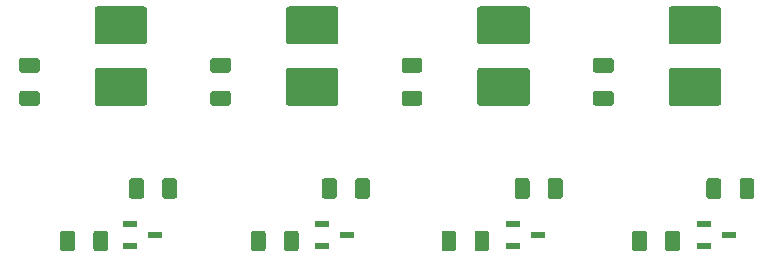
<source format=gbr>
%TF.GenerationSoftware,KiCad,Pcbnew,(5.1.4)-1*%
%TF.CreationDate,2022-10-13T23:08:16+01:00*%
%TF.ProjectId,LED_Quad,4c45445f-5175-4616-942e-6b696361645f,rev?*%
%TF.SameCoordinates,Original*%
%TF.FileFunction,Paste,Top*%
%TF.FilePolarity,Positive*%
%FSLAX46Y46*%
G04 Gerber Fmt 4.6, Leading zero omitted, Abs format (unit mm)*
G04 Created by KiCad (PCBNEW (5.1.4)-1) date 2022-10-13 23:08:16*
%MOMM*%
%LPD*%
G04 APERTURE LIST*
%ADD10R,1.240000X0.590000*%
%ADD11C,0.100000*%
%ADD12C,3.200000*%
%ADD13C,1.250000*%
G04 APERTURE END LIST*
D10*
X116166106Y-60756800D03*
X114056106Y-61706800D03*
X114056106Y-59806800D03*
X99964293Y-60756800D03*
X97854293Y-61706800D03*
X97854293Y-59806800D03*
X132367920Y-60756800D03*
X130257920Y-61706800D03*
X130257920Y-59806800D03*
X83762480Y-60756800D03*
X81652480Y-61706800D03*
X81652480Y-59806800D03*
D11*
G36*
X115242864Y-46584044D02*
G01*
X115267133Y-46587644D01*
X115290931Y-46593605D01*
X115314031Y-46601870D01*
X115336209Y-46612360D01*
X115357253Y-46624973D01*
X115376958Y-46639587D01*
X115395137Y-46656063D01*
X115411613Y-46674242D01*
X115426227Y-46693947D01*
X115438840Y-46714991D01*
X115449330Y-46737169D01*
X115457595Y-46760269D01*
X115463556Y-46784067D01*
X115467156Y-46808336D01*
X115468360Y-46832840D01*
X115468360Y-49532840D01*
X115467156Y-49557344D01*
X115463556Y-49581613D01*
X115457595Y-49605411D01*
X115449330Y-49628511D01*
X115438840Y-49650689D01*
X115426227Y-49671733D01*
X115411613Y-49691438D01*
X115395137Y-49709617D01*
X115376958Y-49726093D01*
X115357253Y-49740707D01*
X115336209Y-49753320D01*
X115314031Y-49763810D01*
X115290931Y-49772075D01*
X115267133Y-49778036D01*
X115242864Y-49781636D01*
X115218360Y-49782840D01*
X111268360Y-49782840D01*
X111243856Y-49781636D01*
X111219587Y-49778036D01*
X111195789Y-49772075D01*
X111172689Y-49763810D01*
X111150511Y-49753320D01*
X111129467Y-49740707D01*
X111109762Y-49726093D01*
X111091583Y-49709617D01*
X111075107Y-49691438D01*
X111060493Y-49671733D01*
X111047880Y-49650689D01*
X111037390Y-49628511D01*
X111029125Y-49605411D01*
X111023164Y-49581613D01*
X111019564Y-49557344D01*
X111018360Y-49532840D01*
X111018360Y-46832840D01*
X111019564Y-46808336D01*
X111023164Y-46784067D01*
X111029125Y-46760269D01*
X111037390Y-46737169D01*
X111047880Y-46714991D01*
X111060493Y-46693947D01*
X111075107Y-46674242D01*
X111091583Y-46656063D01*
X111109762Y-46639587D01*
X111129467Y-46624973D01*
X111150511Y-46612360D01*
X111172689Y-46601870D01*
X111195789Y-46593605D01*
X111219587Y-46587644D01*
X111243856Y-46584044D01*
X111268360Y-46582840D01*
X115218360Y-46582840D01*
X115242864Y-46584044D01*
X115242864Y-46584044D01*
G37*
D12*
X113243360Y-48182840D03*
D11*
G36*
X115242864Y-41384044D02*
G01*
X115267133Y-41387644D01*
X115290931Y-41393605D01*
X115314031Y-41401870D01*
X115336209Y-41412360D01*
X115357253Y-41424973D01*
X115376958Y-41439587D01*
X115395137Y-41456063D01*
X115411613Y-41474242D01*
X115426227Y-41493947D01*
X115438840Y-41514991D01*
X115449330Y-41537169D01*
X115457595Y-41560269D01*
X115463556Y-41584067D01*
X115467156Y-41608336D01*
X115468360Y-41632840D01*
X115468360Y-44332840D01*
X115467156Y-44357344D01*
X115463556Y-44381613D01*
X115457595Y-44405411D01*
X115449330Y-44428511D01*
X115438840Y-44450689D01*
X115426227Y-44471733D01*
X115411613Y-44491438D01*
X115395137Y-44509617D01*
X115376958Y-44526093D01*
X115357253Y-44540707D01*
X115336209Y-44553320D01*
X115314031Y-44563810D01*
X115290931Y-44572075D01*
X115267133Y-44578036D01*
X115242864Y-44581636D01*
X115218360Y-44582840D01*
X111268360Y-44582840D01*
X111243856Y-44581636D01*
X111219587Y-44578036D01*
X111195789Y-44572075D01*
X111172689Y-44563810D01*
X111150511Y-44553320D01*
X111129467Y-44540707D01*
X111109762Y-44526093D01*
X111091583Y-44509617D01*
X111075107Y-44491438D01*
X111060493Y-44471733D01*
X111047880Y-44450689D01*
X111037390Y-44428511D01*
X111029125Y-44405411D01*
X111023164Y-44381613D01*
X111019564Y-44357344D01*
X111018360Y-44332840D01*
X111018360Y-41632840D01*
X111019564Y-41608336D01*
X111023164Y-41584067D01*
X111029125Y-41560269D01*
X111037390Y-41537169D01*
X111047880Y-41514991D01*
X111060493Y-41493947D01*
X111075107Y-41474242D01*
X111091583Y-41456063D01*
X111109762Y-41439587D01*
X111129467Y-41424973D01*
X111150511Y-41412360D01*
X111172689Y-41401870D01*
X111195789Y-41393605D01*
X111219587Y-41387644D01*
X111243856Y-41384044D01*
X111268360Y-41382840D01*
X115218360Y-41382840D01*
X115242864Y-41384044D01*
X115242864Y-41384044D01*
G37*
D12*
X113243360Y-42982840D03*
D11*
G36*
X99042744Y-46584044D02*
G01*
X99067013Y-46587644D01*
X99090811Y-46593605D01*
X99113911Y-46601870D01*
X99136089Y-46612360D01*
X99157133Y-46624973D01*
X99176838Y-46639587D01*
X99195017Y-46656063D01*
X99211493Y-46674242D01*
X99226107Y-46693947D01*
X99238720Y-46714991D01*
X99249210Y-46737169D01*
X99257475Y-46760269D01*
X99263436Y-46784067D01*
X99267036Y-46808336D01*
X99268240Y-46832840D01*
X99268240Y-49532840D01*
X99267036Y-49557344D01*
X99263436Y-49581613D01*
X99257475Y-49605411D01*
X99249210Y-49628511D01*
X99238720Y-49650689D01*
X99226107Y-49671733D01*
X99211493Y-49691438D01*
X99195017Y-49709617D01*
X99176838Y-49726093D01*
X99157133Y-49740707D01*
X99136089Y-49753320D01*
X99113911Y-49763810D01*
X99090811Y-49772075D01*
X99067013Y-49778036D01*
X99042744Y-49781636D01*
X99018240Y-49782840D01*
X95068240Y-49782840D01*
X95043736Y-49781636D01*
X95019467Y-49778036D01*
X94995669Y-49772075D01*
X94972569Y-49763810D01*
X94950391Y-49753320D01*
X94929347Y-49740707D01*
X94909642Y-49726093D01*
X94891463Y-49709617D01*
X94874987Y-49691438D01*
X94860373Y-49671733D01*
X94847760Y-49650689D01*
X94837270Y-49628511D01*
X94829005Y-49605411D01*
X94823044Y-49581613D01*
X94819444Y-49557344D01*
X94818240Y-49532840D01*
X94818240Y-46832840D01*
X94819444Y-46808336D01*
X94823044Y-46784067D01*
X94829005Y-46760269D01*
X94837270Y-46737169D01*
X94847760Y-46714991D01*
X94860373Y-46693947D01*
X94874987Y-46674242D01*
X94891463Y-46656063D01*
X94909642Y-46639587D01*
X94929347Y-46624973D01*
X94950391Y-46612360D01*
X94972569Y-46601870D01*
X94995669Y-46593605D01*
X95019467Y-46587644D01*
X95043736Y-46584044D01*
X95068240Y-46582840D01*
X99018240Y-46582840D01*
X99042744Y-46584044D01*
X99042744Y-46584044D01*
G37*
D12*
X97043240Y-48182840D03*
D11*
G36*
X99042744Y-41384044D02*
G01*
X99067013Y-41387644D01*
X99090811Y-41393605D01*
X99113911Y-41401870D01*
X99136089Y-41412360D01*
X99157133Y-41424973D01*
X99176838Y-41439587D01*
X99195017Y-41456063D01*
X99211493Y-41474242D01*
X99226107Y-41493947D01*
X99238720Y-41514991D01*
X99249210Y-41537169D01*
X99257475Y-41560269D01*
X99263436Y-41584067D01*
X99267036Y-41608336D01*
X99268240Y-41632840D01*
X99268240Y-44332840D01*
X99267036Y-44357344D01*
X99263436Y-44381613D01*
X99257475Y-44405411D01*
X99249210Y-44428511D01*
X99238720Y-44450689D01*
X99226107Y-44471733D01*
X99211493Y-44491438D01*
X99195017Y-44509617D01*
X99176838Y-44526093D01*
X99157133Y-44540707D01*
X99136089Y-44553320D01*
X99113911Y-44563810D01*
X99090811Y-44572075D01*
X99067013Y-44578036D01*
X99042744Y-44581636D01*
X99018240Y-44582840D01*
X95068240Y-44582840D01*
X95043736Y-44581636D01*
X95019467Y-44578036D01*
X94995669Y-44572075D01*
X94972569Y-44563810D01*
X94950391Y-44553320D01*
X94929347Y-44540707D01*
X94909642Y-44526093D01*
X94891463Y-44509617D01*
X94874987Y-44491438D01*
X94860373Y-44471733D01*
X94847760Y-44450689D01*
X94837270Y-44428511D01*
X94829005Y-44405411D01*
X94823044Y-44381613D01*
X94819444Y-44357344D01*
X94818240Y-44332840D01*
X94818240Y-41632840D01*
X94819444Y-41608336D01*
X94823044Y-41584067D01*
X94829005Y-41560269D01*
X94837270Y-41537169D01*
X94847760Y-41514991D01*
X94860373Y-41493947D01*
X94874987Y-41474242D01*
X94891463Y-41456063D01*
X94909642Y-41439587D01*
X94929347Y-41424973D01*
X94950391Y-41412360D01*
X94972569Y-41401870D01*
X94995669Y-41393605D01*
X95019467Y-41387644D01*
X95043736Y-41384044D01*
X95068240Y-41382840D01*
X99018240Y-41382840D01*
X99042744Y-41384044D01*
X99042744Y-41384044D01*
G37*
D12*
X97043240Y-42982840D03*
D11*
G36*
X131442984Y-46584044D02*
G01*
X131467253Y-46587644D01*
X131491051Y-46593605D01*
X131514151Y-46601870D01*
X131536329Y-46612360D01*
X131557373Y-46624973D01*
X131577078Y-46639587D01*
X131595257Y-46656063D01*
X131611733Y-46674242D01*
X131626347Y-46693947D01*
X131638960Y-46714991D01*
X131649450Y-46737169D01*
X131657715Y-46760269D01*
X131663676Y-46784067D01*
X131667276Y-46808336D01*
X131668480Y-46832840D01*
X131668480Y-49532840D01*
X131667276Y-49557344D01*
X131663676Y-49581613D01*
X131657715Y-49605411D01*
X131649450Y-49628511D01*
X131638960Y-49650689D01*
X131626347Y-49671733D01*
X131611733Y-49691438D01*
X131595257Y-49709617D01*
X131577078Y-49726093D01*
X131557373Y-49740707D01*
X131536329Y-49753320D01*
X131514151Y-49763810D01*
X131491051Y-49772075D01*
X131467253Y-49778036D01*
X131442984Y-49781636D01*
X131418480Y-49782840D01*
X127468480Y-49782840D01*
X127443976Y-49781636D01*
X127419707Y-49778036D01*
X127395909Y-49772075D01*
X127372809Y-49763810D01*
X127350631Y-49753320D01*
X127329587Y-49740707D01*
X127309882Y-49726093D01*
X127291703Y-49709617D01*
X127275227Y-49691438D01*
X127260613Y-49671733D01*
X127248000Y-49650689D01*
X127237510Y-49628511D01*
X127229245Y-49605411D01*
X127223284Y-49581613D01*
X127219684Y-49557344D01*
X127218480Y-49532840D01*
X127218480Y-46832840D01*
X127219684Y-46808336D01*
X127223284Y-46784067D01*
X127229245Y-46760269D01*
X127237510Y-46737169D01*
X127248000Y-46714991D01*
X127260613Y-46693947D01*
X127275227Y-46674242D01*
X127291703Y-46656063D01*
X127309882Y-46639587D01*
X127329587Y-46624973D01*
X127350631Y-46612360D01*
X127372809Y-46601870D01*
X127395909Y-46593605D01*
X127419707Y-46587644D01*
X127443976Y-46584044D01*
X127468480Y-46582840D01*
X131418480Y-46582840D01*
X131442984Y-46584044D01*
X131442984Y-46584044D01*
G37*
D12*
X129443480Y-48182840D03*
D11*
G36*
X131442984Y-41384044D02*
G01*
X131467253Y-41387644D01*
X131491051Y-41393605D01*
X131514151Y-41401870D01*
X131536329Y-41412360D01*
X131557373Y-41424973D01*
X131577078Y-41439587D01*
X131595257Y-41456063D01*
X131611733Y-41474242D01*
X131626347Y-41493947D01*
X131638960Y-41514991D01*
X131649450Y-41537169D01*
X131657715Y-41560269D01*
X131663676Y-41584067D01*
X131667276Y-41608336D01*
X131668480Y-41632840D01*
X131668480Y-44332840D01*
X131667276Y-44357344D01*
X131663676Y-44381613D01*
X131657715Y-44405411D01*
X131649450Y-44428511D01*
X131638960Y-44450689D01*
X131626347Y-44471733D01*
X131611733Y-44491438D01*
X131595257Y-44509617D01*
X131577078Y-44526093D01*
X131557373Y-44540707D01*
X131536329Y-44553320D01*
X131514151Y-44563810D01*
X131491051Y-44572075D01*
X131467253Y-44578036D01*
X131442984Y-44581636D01*
X131418480Y-44582840D01*
X127468480Y-44582840D01*
X127443976Y-44581636D01*
X127419707Y-44578036D01*
X127395909Y-44572075D01*
X127372809Y-44563810D01*
X127350631Y-44553320D01*
X127329587Y-44540707D01*
X127309882Y-44526093D01*
X127291703Y-44509617D01*
X127275227Y-44491438D01*
X127260613Y-44471733D01*
X127248000Y-44450689D01*
X127237510Y-44428511D01*
X127229245Y-44405411D01*
X127223284Y-44381613D01*
X127219684Y-44357344D01*
X127218480Y-44332840D01*
X127218480Y-41632840D01*
X127219684Y-41608336D01*
X127223284Y-41584067D01*
X127229245Y-41560269D01*
X127237510Y-41537169D01*
X127248000Y-41514991D01*
X127260613Y-41493947D01*
X127275227Y-41474242D01*
X127291703Y-41456063D01*
X127309882Y-41439587D01*
X127329587Y-41424973D01*
X127350631Y-41412360D01*
X127372809Y-41401870D01*
X127395909Y-41393605D01*
X127419707Y-41387644D01*
X127443976Y-41384044D01*
X127468480Y-41382840D01*
X131418480Y-41382840D01*
X131442984Y-41384044D01*
X131442984Y-41384044D01*
G37*
D12*
X129443480Y-42982840D03*
D11*
G36*
X82842624Y-46584044D02*
G01*
X82866893Y-46587644D01*
X82890691Y-46593605D01*
X82913791Y-46601870D01*
X82935969Y-46612360D01*
X82957013Y-46624973D01*
X82976718Y-46639587D01*
X82994897Y-46656063D01*
X83011373Y-46674242D01*
X83025987Y-46693947D01*
X83038600Y-46714991D01*
X83049090Y-46737169D01*
X83057355Y-46760269D01*
X83063316Y-46784067D01*
X83066916Y-46808336D01*
X83068120Y-46832840D01*
X83068120Y-49532840D01*
X83066916Y-49557344D01*
X83063316Y-49581613D01*
X83057355Y-49605411D01*
X83049090Y-49628511D01*
X83038600Y-49650689D01*
X83025987Y-49671733D01*
X83011373Y-49691438D01*
X82994897Y-49709617D01*
X82976718Y-49726093D01*
X82957013Y-49740707D01*
X82935969Y-49753320D01*
X82913791Y-49763810D01*
X82890691Y-49772075D01*
X82866893Y-49778036D01*
X82842624Y-49781636D01*
X82818120Y-49782840D01*
X78868120Y-49782840D01*
X78843616Y-49781636D01*
X78819347Y-49778036D01*
X78795549Y-49772075D01*
X78772449Y-49763810D01*
X78750271Y-49753320D01*
X78729227Y-49740707D01*
X78709522Y-49726093D01*
X78691343Y-49709617D01*
X78674867Y-49691438D01*
X78660253Y-49671733D01*
X78647640Y-49650689D01*
X78637150Y-49628511D01*
X78628885Y-49605411D01*
X78622924Y-49581613D01*
X78619324Y-49557344D01*
X78618120Y-49532840D01*
X78618120Y-46832840D01*
X78619324Y-46808336D01*
X78622924Y-46784067D01*
X78628885Y-46760269D01*
X78637150Y-46737169D01*
X78647640Y-46714991D01*
X78660253Y-46693947D01*
X78674867Y-46674242D01*
X78691343Y-46656063D01*
X78709522Y-46639587D01*
X78729227Y-46624973D01*
X78750271Y-46612360D01*
X78772449Y-46601870D01*
X78795549Y-46593605D01*
X78819347Y-46587644D01*
X78843616Y-46584044D01*
X78868120Y-46582840D01*
X82818120Y-46582840D01*
X82842624Y-46584044D01*
X82842624Y-46584044D01*
G37*
D12*
X80843120Y-48182840D03*
D11*
G36*
X82842624Y-41384044D02*
G01*
X82866893Y-41387644D01*
X82890691Y-41393605D01*
X82913791Y-41401870D01*
X82935969Y-41412360D01*
X82957013Y-41424973D01*
X82976718Y-41439587D01*
X82994897Y-41456063D01*
X83011373Y-41474242D01*
X83025987Y-41493947D01*
X83038600Y-41514991D01*
X83049090Y-41537169D01*
X83057355Y-41560269D01*
X83063316Y-41584067D01*
X83066916Y-41608336D01*
X83068120Y-41632840D01*
X83068120Y-44332840D01*
X83066916Y-44357344D01*
X83063316Y-44381613D01*
X83057355Y-44405411D01*
X83049090Y-44428511D01*
X83038600Y-44450689D01*
X83025987Y-44471733D01*
X83011373Y-44491438D01*
X82994897Y-44509617D01*
X82976718Y-44526093D01*
X82957013Y-44540707D01*
X82935969Y-44553320D01*
X82913791Y-44563810D01*
X82890691Y-44572075D01*
X82866893Y-44578036D01*
X82842624Y-44581636D01*
X82818120Y-44582840D01*
X78868120Y-44582840D01*
X78843616Y-44581636D01*
X78819347Y-44578036D01*
X78795549Y-44572075D01*
X78772449Y-44563810D01*
X78750271Y-44553320D01*
X78729227Y-44540707D01*
X78709522Y-44526093D01*
X78691343Y-44509617D01*
X78674867Y-44491438D01*
X78660253Y-44471733D01*
X78647640Y-44450689D01*
X78637150Y-44428511D01*
X78628885Y-44405411D01*
X78622924Y-44381613D01*
X78619324Y-44357344D01*
X78618120Y-44332840D01*
X78618120Y-41632840D01*
X78619324Y-41608336D01*
X78622924Y-41584067D01*
X78628885Y-41560269D01*
X78637150Y-41537169D01*
X78647640Y-41514991D01*
X78660253Y-41493947D01*
X78674867Y-41474242D01*
X78691343Y-41456063D01*
X78709522Y-41439587D01*
X78729227Y-41424973D01*
X78750271Y-41412360D01*
X78772449Y-41401870D01*
X78795549Y-41393605D01*
X78819347Y-41387644D01*
X78843616Y-41384044D01*
X78868120Y-41382840D01*
X82818120Y-41382840D01*
X82842624Y-41384044D01*
X82842624Y-41384044D01*
G37*
D12*
X80843120Y-42982840D03*
D11*
G36*
X118031596Y-55920604D02*
G01*
X118055865Y-55924204D01*
X118079663Y-55930165D01*
X118102763Y-55938430D01*
X118124941Y-55948920D01*
X118145985Y-55961533D01*
X118165690Y-55976147D01*
X118183869Y-55992623D01*
X118200345Y-56010802D01*
X118214959Y-56030507D01*
X118227572Y-56051551D01*
X118238062Y-56073729D01*
X118246327Y-56096829D01*
X118252288Y-56120627D01*
X118255888Y-56144896D01*
X118257092Y-56169400D01*
X118257092Y-57419400D01*
X118255888Y-57443904D01*
X118252288Y-57468173D01*
X118246327Y-57491971D01*
X118238062Y-57515071D01*
X118227572Y-57537249D01*
X118214959Y-57558293D01*
X118200345Y-57577998D01*
X118183869Y-57596177D01*
X118165690Y-57612653D01*
X118145985Y-57627267D01*
X118124941Y-57639880D01*
X118102763Y-57650370D01*
X118079663Y-57658635D01*
X118055865Y-57664596D01*
X118031596Y-57668196D01*
X118007092Y-57669400D01*
X117257092Y-57669400D01*
X117232588Y-57668196D01*
X117208319Y-57664596D01*
X117184521Y-57658635D01*
X117161421Y-57650370D01*
X117139243Y-57639880D01*
X117118199Y-57627267D01*
X117098494Y-57612653D01*
X117080315Y-57596177D01*
X117063839Y-57577998D01*
X117049225Y-57558293D01*
X117036612Y-57537249D01*
X117026122Y-57515071D01*
X117017857Y-57491971D01*
X117011896Y-57468173D01*
X117008296Y-57443904D01*
X117007092Y-57419400D01*
X117007092Y-56169400D01*
X117008296Y-56144896D01*
X117011896Y-56120627D01*
X117017857Y-56096829D01*
X117026122Y-56073729D01*
X117036612Y-56051551D01*
X117049225Y-56030507D01*
X117063839Y-56010802D01*
X117080315Y-55992623D01*
X117098494Y-55976147D01*
X117118199Y-55961533D01*
X117139243Y-55948920D01*
X117161421Y-55938430D01*
X117184521Y-55930165D01*
X117208319Y-55924204D01*
X117232588Y-55920604D01*
X117257092Y-55919400D01*
X118007092Y-55919400D01*
X118031596Y-55920604D01*
X118031596Y-55920604D01*
G37*
D13*
X117632092Y-56794400D03*
D11*
G36*
X115231596Y-55920604D02*
G01*
X115255865Y-55924204D01*
X115279663Y-55930165D01*
X115302763Y-55938430D01*
X115324941Y-55948920D01*
X115345985Y-55961533D01*
X115365690Y-55976147D01*
X115383869Y-55992623D01*
X115400345Y-56010802D01*
X115414959Y-56030507D01*
X115427572Y-56051551D01*
X115438062Y-56073729D01*
X115446327Y-56096829D01*
X115452288Y-56120627D01*
X115455888Y-56144896D01*
X115457092Y-56169400D01*
X115457092Y-57419400D01*
X115455888Y-57443904D01*
X115452288Y-57468173D01*
X115446327Y-57491971D01*
X115438062Y-57515071D01*
X115427572Y-57537249D01*
X115414959Y-57558293D01*
X115400345Y-57577998D01*
X115383869Y-57596177D01*
X115365690Y-57612653D01*
X115345985Y-57627267D01*
X115324941Y-57639880D01*
X115302763Y-57650370D01*
X115279663Y-57658635D01*
X115255865Y-57664596D01*
X115231596Y-57668196D01*
X115207092Y-57669400D01*
X114457092Y-57669400D01*
X114432588Y-57668196D01*
X114408319Y-57664596D01*
X114384521Y-57658635D01*
X114361421Y-57650370D01*
X114339243Y-57639880D01*
X114318199Y-57627267D01*
X114298494Y-57612653D01*
X114280315Y-57596177D01*
X114263839Y-57577998D01*
X114249225Y-57558293D01*
X114236612Y-57537249D01*
X114226122Y-57515071D01*
X114217857Y-57491971D01*
X114211896Y-57468173D01*
X114208296Y-57443904D01*
X114207092Y-57419400D01*
X114207092Y-56169400D01*
X114208296Y-56144896D01*
X114211896Y-56120627D01*
X114217857Y-56096829D01*
X114226122Y-56073729D01*
X114236612Y-56051551D01*
X114249225Y-56030507D01*
X114263839Y-56010802D01*
X114280315Y-55992623D01*
X114298494Y-55976147D01*
X114318199Y-55961533D01*
X114339243Y-55948920D01*
X114361421Y-55938430D01*
X114384521Y-55930165D01*
X114408319Y-55924204D01*
X114432588Y-55920604D01*
X114457092Y-55919400D01*
X115207092Y-55919400D01*
X115231596Y-55920604D01*
X115231596Y-55920604D01*
G37*
D13*
X114832092Y-56794400D03*
D11*
G36*
X101701090Y-55920604D02*
G01*
X101725359Y-55924204D01*
X101749157Y-55930165D01*
X101772257Y-55938430D01*
X101794435Y-55948920D01*
X101815479Y-55961533D01*
X101835184Y-55976147D01*
X101853363Y-55992623D01*
X101869839Y-56010802D01*
X101884453Y-56030507D01*
X101897066Y-56051551D01*
X101907556Y-56073729D01*
X101915821Y-56096829D01*
X101921782Y-56120627D01*
X101925382Y-56144896D01*
X101926586Y-56169400D01*
X101926586Y-57419400D01*
X101925382Y-57443904D01*
X101921782Y-57468173D01*
X101915821Y-57491971D01*
X101907556Y-57515071D01*
X101897066Y-57537249D01*
X101884453Y-57558293D01*
X101869839Y-57577998D01*
X101853363Y-57596177D01*
X101835184Y-57612653D01*
X101815479Y-57627267D01*
X101794435Y-57639880D01*
X101772257Y-57650370D01*
X101749157Y-57658635D01*
X101725359Y-57664596D01*
X101701090Y-57668196D01*
X101676586Y-57669400D01*
X100926586Y-57669400D01*
X100902082Y-57668196D01*
X100877813Y-57664596D01*
X100854015Y-57658635D01*
X100830915Y-57650370D01*
X100808737Y-57639880D01*
X100787693Y-57627267D01*
X100767988Y-57612653D01*
X100749809Y-57596177D01*
X100733333Y-57577998D01*
X100718719Y-57558293D01*
X100706106Y-57537249D01*
X100695616Y-57515071D01*
X100687351Y-57491971D01*
X100681390Y-57468173D01*
X100677790Y-57443904D01*
X100676586Y-57419400D01*
X100676586Y-56169400D01*
X100677790Y-56144896D01*
X100681390Y-56120627D01*
X100687351Y-56096829D01*
X100695616Y-56073729D01*
X100706106Y-56051551D01*
X100718719Y-56030507D01*
X100733333Y-56010802D01*
X100749809Y-55992623D01*
X100767988Y-55976147D01*
X100787693Y-55961533D01*
X100808737Y-55948920D01*
X100830915Y-55938430D01*
X100854015Y-55930165D01*
X100877813Y-55924204D01*
X100902082Y-55920604D01*
X100926586Y-55919400D01*
X101676586Y-55919400D01*
X101701090Y-55920604D01*
X101701090Y-55920604D01*
G37*
D13*
X101301586Y-56794400D03*
D11*
G36*
X98901090Y-55920604D02*
G01*
X98925359Y-55924204D01*
X98949157Y-55930165D01*
X98972257Y-55938430D01*
X98994435Y-55948920D01*
X99015479Y-55961533D01*
X99035184Y-55976147D01*
X99053363Y-55992623D01*
X99069839Y-56010802D01*
X99084453Y-56030507D01*
X99097066Y-56051551D01*
X99107556Y-56073729D01*
X99115821Y-56096829D01*
X99121782Y-56120627D01*
X99125382Y-56144896D01*
X99126586Y-56169400D01*
X99126586Y-57419400D01*
X99125382Y-57443904D01*
X99121782Y-57468173D01*
X99115821Y-57491971D01*
X99107556Y-57515071D01*
X99097066Y-57537249D01*
X99084453Y-57558293D01*
X99069839Y-57577998D01*
X99053363Y-57596177D01*
X99035184Y-57612653D01*
X99015479Y-57627267D01*
X98994435Y-57639880D01*
X98972257Y-57650370D01*
X98949157Y-57658635D01*
X98925359Y-57664596D01*
X98901090Y-57668196D01*
X98876586Y-57669400D01*
X98126586Y-57669400D01*
X98102082Y-57668196D01*
X98077813Y-57664596D01*
X98054015Y-57658635D01*
X98030915Y-57650370D01*
X98008737Y-57639880D01*
X97987693Y-57627267D01*
X97967988Y-57612653D01*
X97949809Y-57596177D01*
X97933333Y-57577998D01*
X97918719Y-57558293D01*
X97906106Y-57537249D01*
X97895616Y-57515071D01*
X97887351Y-57491971D01*
X97881390Y-57468173D01*
X97877790Y-57443904D01*
X97876586Y-57419400D01*
X97876586Y-56169400D01*
X97877790Y-56144896D01*
X97881390Y-56120627D01*
X97887351Y-56096829D01*
X97895616Y-56073729D01*
X97906106Y-56051551D01*
X97918719Y-56030507D01*
X97933333Y-56010802D01*
X97949809Y-55992623D01*
X97967988Y-55976147D01*
X97987693Y-55961533D01*
X98008737Y-55948920D01*
X98030915Y-55938430D01*
X98054015Y-55930165D01*
X98077813Y-55924204D01*
X98102082Y-55920604D01*
X98126586Y-55919400D01*
X98876586Y-55919400D01*
X98901090Y-55920604D01*
X98901090Y-55920604D01*
G37*
D13*
X98501586Y-56794400D03*
D11*
G36*
X111823836Y-60360524D02*
G01*
X111848105Y-60364124D01*
X111871903Y-60370085D01*
X111895003Y-60378350D01*
X111917181Y-60388840D01*
X111938225Y-60401453D01*
X111957930Y-60416067D01*
X111976109Y-60432543D01*
X111992585Y-60450722D01*
X112007199Y-60470427D01*
X112019812Y-60491471D01*
X112030302Y-60513649D01*
X112038567Y-60536749D01*
X112044528Y-60560547D01*
X112048128Y-60584816D01*
X112049332Y-60609320D01*
X112049332Y-61859320D01*
X112048128Y-61883824D01*
X112044528Y-61908093D01*
X112038567Y-61931891D01*
X112030302Y-61954991D01*
X112019812Y-61977169D01*
X112007199Y-61998213D01*
X111992585Y-62017918D01*
X111976109Y-62036097D01*
X111957930Y-62052573D01*
X111938225Y-62067187D01*
X111917181Y-62079800D01*
X111895003Y-62090290D01*
X111871903Y-62098555D01*
X111848105Y-62104516D01*
X111823836Y-62108116D01*
X111799332Y-62109320D01*
X111049332Y-62109320D01*
X111024828Y-62108116D01*
X111000559Y-62104516D01*
X110976761Y-62098555D01*
X110953661Y-62090290D01*
X110931483Y-62079800D01*
X110910439Y-62067187D01*
X110890734Y-62052573D01*
X110872555Y-62036097D01*
X110856079Y-62017918D01*
X110841465Y-61998213D01*
X110828852Y-61977169D01*
X110818362Y-61954991D01*
X110810097Y-61931891D01*
X110804136Y-61908093D01*
X110800536Y-61883824D01*
X110799332Y-61859320D01*
X110799332Y-60609320D01*
X110800536Y-60584816D01*
X110804136Y-60560547D01*
X110810097Y-60536749D01*
X110818362Y-60513649D01*
X110828852Y-60491471D01*
X110841465Y-60470427D01*
X110856079Y-60450722D01*
X110872555Y-60432543D01*
X110890734Y-60416067D01*
X110910439Y-60401453D01*
X110931483Y-60388840D01*
X110953661Y-60378350D01*
X110976761Y-60370085D01*
X111000559Y-60364124D01*
X111024828Y-60360524D01*
X111049332Y-60359320D01*
X111799332Y-60359320D01*
X111823836Y-60360524D01*
X111823836Y-60360524D01*
G37*
D13*
X111424332Y-61234320D03*
D11*
G36*
X109023836Y-60360524D02*
G01*
X109048105Y-60364124D01*
X109071903Y-60370085D01*
X109095003Y-60378350D01*
X109117181Y-60388840D01*
X109138225Y-60401453D01*
X109157930Y-60416067D01*
X109176109Y-60432543D01*
X109192585Y-60450722D01*
X109207199Y-60470427D01*
X109219812Y-60491471D01*
X109230302Y-60513649D01*
X109238567Y-60536749D01*
X109244528Y-60560547D01*
X109248128Y-60584816D01*
X109249332Y-60609320D01*
X109249332Y-61859320D01*
X109248128Y-61883824D01*
X109244528Y-61908093D01*
X109238567Y-61931891D01*
X109230302Y-61954991D01*
X109219812Y-61977169D01*
X109207199Y-61998213D01*
X109192585Y-62017918D01*
X109176109Y-62036097D01*
X109157930Y-62052573D01*
X109138225Y-62067187D01*
X109117181Y-62079800D01*
X109095003Y-62090290D01*
X109071903Y-62098555D01*
X109048105Y-62104516D01*
X109023836Y-62108116D01*
X108999332Y-62109320D01*
X108249332Y-62109320D01*
X108224828Y-62108116D01*
X108200559Y-62104516D01*
X108176761Y-62098555D01*
X108153661Y-62090290D01*
X108131483Y-62079800D01*
X108110439Y-62067187D01*
X108090734Y-62052573D01*
X108072555Y-62036097D01*
X108056079Y-62017918D01*
X108041465Y-61998213D01*
X108028852Y-61977169D01*
X108018362Y-61954991D01*
X108010097Y-61931891D01*
X108004136Y-61908093D01*
X108000536Y-61883824D01*
X107999332Y-61859320D01*
X107999332Y-60609320D01*
X108000536Y-60584816D01*
X108004136Y-60560547D01*
X108010097Y-60536749D01*
X108018362Y-60513649D01*
X108028852Y-60491471D01*
X108041465Y-60470427D01*
X108056079Y-60450722D01*
X108072555Y-60432543D01*
X108090734Y-60416067D01*
X108110439Y-60401453D01*
X108131483Y-60388840D01*
X108153661Y-60378350D01*
X108176761Y-60370085D01*
X108200559Y-60364124D01*
X108224828Y-60360524D01*
X108249332Y-60359320D01*
X108999332Y-60359320D01*
X109023836Y-60360524D01*
X109023836Y-60360524D01*
G37*
D13*
X108624332Y-61234320D03*
D11*
G36*
X95681290Y-60360524D02*
G01*
X95705559Y-60364124D01*
X95729357Y-60370085D01*
X95752457Y-60378350D01*
X95774635Y-60388840D01*
X95795679Y-60401453D01*
X95815384Y-60416067D01*
X95833563Y-60432543D01*
X95850039Y-60450722D01*
X95864653Y-60470427D01*
X95877266Y-60491471D01*
X95887756Y-60513649D01*
X95896021Y-60536749D01*
X95901982Y-60560547D01*
X95905582Y-60584816D01*
X95906786Y-60609320D01*
X95906786Y-61859320D01*
X95905582Y-61883824D01*
X95901982Y-61908093D01*
X95896021Y-61931891D01*
X95887756Y-61954991D01*
X95877266Y-61977169D01*
X95864653Y-61998213D01*
X95850039Y-62017918D01*
X95833563Y-62036097D01*
X95815384Y-62052573D01*
X95795679Y-62067187D01*
X95774635Y-62079800D01*
X95752457Y-62090290D01*
X95729357Y-62098555D01*
X95705559Y-62104516D01*
X95681290Y-62108116D01*
X95656786Y-62109320D01*
X94906786Y-62109320D01*
X94882282Y-62108116D01*
X94858013Y-62104516D01*
X94834215Y-62098555D01*
X94811115Y-62090290D01*
X94788937Y-62079800D01*
X94767893Y-62067187D01*
X94748188Y-62052573D01*
X94730009Y-62036097D01*
X94713533Y-62017918D01*
X94698919Y-61998213D01*
X94686306Y-61977169D01*
X94675816Y-61954991D01*
X94667551Y-61931891D01*
X94661590Y-61908093D01*
X94657990Y-61883824D01*
X94656786Y-61859320D01*
X94656786Y-60609320D01*
X94657990Y-60584816D01*
X94661590Y-60560547D01*
X94667551Y-60536749D01*
X94675816Y-60513649D01*
X94686306Y-60491471D01*
X94698919Y-60470427D01*
X94713533Y-60450722D01*
X94730009Y-60432543D01*
X94748188Y-60416067D01*
X94767893Y-60401453D01*
X94788937Y-60388840D01*
X94811115Y-60378350D01*
X94834215Y-60370085D01*
X94858013Y-60364124D01*
X94882282Y-60360524D01*
X94906786Y-60359320D01*
X95656786Y-60359320D01*
X95681290Y-60360524D01*
X95681290Y-60360524D01*
G37*
D13*
X95281786Y-61234320D03*
D11*
G36*
X92881290Y-60360524D02*
G01*
X92905559Y-60364124D01*
X92929357Y-60370085D01*
X92952457Y-60378350D01*
X92974635Y-60388840D01*
X92995679Y-60401453D01*
X93015384Y-60416067D01*
X93033563Y-60432543D01*
X93050039Y-60450722D01*
X93064653Y-60470427D01*
X93077266Y-60491471D01*
X93087756Y-60513649D01*
X93096021Y-60536749D01*
X93101982Y-60560547D01*
X93105582Y-60584816D01*
X93106786Y-60609320D01*
X93106786Y-61859320D01*
X93105582Y-61883824D01*
X93101982Y-61908093D01*
X93096021Y-61931891D01*
X93087756Y-61954991D01*
X93077266Y-61977169D01*
X93064653Y-61998213D01*
X93050039Y-62017918D01*
X93033563Y-62036097D01*
X93015384Y-62052573D01*
X92995679Y-62067187D01*
X92974635Y-62079800D01*
X92952457Y-62090290D01*
X92929357Y-62098555D01*
X92905559Y-62104516D01*
X92881290Y-62108116D01*
X92856786Y-62109320D01*
X92106786Y-62109320D01*
X92082282Y-62108116D01*
X92058013Y-62104516D01*
X92034215Y-62098555D01*
X92011115Y-62090290D01*
X91988937Y-62079800D01*
X91967893Y-62067187D01*
X91948188Y-62052573D01*
X91930009Y-62036097D01*
X91913533Y-62017918D01*
X91898919Y-61998213D01*
X91886306Y-61977169D01*
X91875816Y-61954991D01*
X91867551Y-61931891D01*
X91861590Y-61908093D01*
X91857990Y-61883824D01*
X91856786Y-61859320D01*
X91856786Y-60609320D01*
X91857990Y-60584816D01*
X91861590Y-60560547D01*
X91867551Y-60536749D01*
X91875816Y-60513649D01*
X91886306Y-60491471D01*
X91898919Y-60470427D01*
X91913533Y-60450722D01*
X91930009Y-60432543D01*
X91948188Y-60416067D01*
X91967893Y-60401453D01*
X91988937Y-60388840D01*
X92011115Y-60378350D01*
X92034215Y-60370085D01*
X92058013Y-60364124D01*
X92082282Y-60360524D01*
X92106786Y-60359320D01*
X92856786Y-60359320D01*
X92881290Y-60360524D01*
X92881290Y-60360524D01*
G37*
D13*
X92481786Y-61234320D03*
D11*
G36*
X89947437Y-48538364D02*
G01*
X89971706Y-48541964D01*
X89995504Y-48547925D01*
X90018604Y-48556190D01*
X90040782Y-48566680D01*
X90061826Y-48579293D01*
X90081531Y-48593907D01*
X90099710Y-48610383D01*
X90116186Y-48628562D01*
X90130800Y-48648267D01*
X90143413Y-48669311D01*
X90153903Y-48691489D01*
X90162168Y-48714589D01*
X90168129Y-48738387D01*
X90171729Y-48762656D01*
X90172933Y-48787160D01*
X90172933Y-49537160D01*
X90171729Y-49561664D01*
X90168129Y-49585933D01*
X90162168Y-49609731D01*
X90153903Y-49632831D01*
X90143413Y-49655009D01*
X90130800Y-49676053D01*
X90116186Y-49695758D01*
X90099710Y-49713937D01*
X90081531Y-49730413D01*
X90061826Y-49745027D01*
X90040782Y-49757640D01*
X90018604Y-49768130D01*
X89995504Y-49776395D01*
X89971706Y-49782356D01*
X89947437Y-49785956D01*
X89922933Y-49787160D01*
X88672933Y-49787160D01*
X88648429Y-49785956D01*
X88624160Y-49782356D01*
X88600362Y-49776395D01*
X88577262Y-49768130D01*
X88555084Y-49757640D01*
X88534040Y-49745027D01*
X88514335Y-49730413D01*
X88496156Y-49713937D01*
X88479680Y-49695758D01*
X88465066Y-49676053D01*
X88452453Y-49655009D01*
X88441963Y-49632831D01*
X88433698Y-49609731D01*
X88427737Y-49585933D01*
X88424137Y-49561664D01*
X88422933Y-49537160D01*
X88422933Y-48787160D01*
X88424137Y-48762656D01*
X88427737Y-48738387D01*
X88433698Y-48714589D01*
X88441963Y-48691489D01*
X88452453Y-48669311D01*
X88465066Y-48648267D01*
X88479680Y-48628562D01*
X88496156Y-48610383D01*
X88514335Y-48593907D01*
X88534040Y-48579293D01*
X88555084Y-48566680D01*
X88577262Y-48556190D01*
X88600362Y-48547925D01*
X88624160Y-48541964D01*
X88648429Y-48538364D01*
X88672933Y-48537160D01*
X89922933Y-48537160D01*
X89947437Y-48538364D01*
X89947437Y-48538364D01*
G37*
D13*
X89297933Y-49162160D03*
D11*
G36*
X89947437Y-45738364D02*
G01*
X89971706Y-45741964D01*
X89995504Y-45747925D01*
X90018604Y-45756190D01*
X90040782Y-45766680D01*
X90061826Y-45779293D01*
X90081531Y-45793907D01*
X90099710Y-45810383D01*
X90116186Y-45828562D01*
X90130800Y-45848267D01*
X90143413Y-45869311D01*
X90153903Y-45891489D01*
X90162168Y-45914589D01*
X90168129Y-45938387D01*
X90171729Y-45962656D01*
X90172933Y-45987160D01*
X90172933Y-46737160D01*
X90171729Y-46761664D01*
X90168129Y-46785933D01*
X90162168Y-46809731D01*
X90153903Y-46832831D01*
X90143413Y-46855009D01*
X90130800Y-46876053D01*
X90116186Y-46895758D01*
X90099710Y-46913937D01*
X90081531Y-46930413D01*
X90061826Y-46945027D01*
X90040782Y-46957640D01*
X90018604Y-46968130D01*
X89995504Y-46976395D01*
X89971706Y-46982356D01*
X89947437Y-46985956D01*
X89922933Y-46987160D01*
X88672933Y-46987160D01*
X88648429Y-46985956D01*
X88624160Y-46982356D01*
X88600362Y-46976395D01*
X88577262Y-46968130D01*
X88555084Y-46957640D01*
X88534040Y-46945027D01*
X88514335Y-46930413D01*
X88496156Y-46913937D01*
X88479680Y-46895758D01*
X88465066Y-46876053D01*
X88452453Y-46855009D01*
X88441963Y-46832831D01*
X88433698Y-46809731D01*
X88427737Y-46785933D01*
X88424137Y-46761664D01*
X88422933Y-46737160D01*
X88422933Y-45987160D01*
X88424137Y-45962656D01*
X88427737Y-45938387D01*
X88433698Y-45914589D01*
X88441963Y-45891489D01*
X88452453Y-45869311D01*
X88465066Y-45848267D01*
X88479680Y-45828562D01*
X88496156Y-45810383D01*
X88514335Y-45793907D01*
X88534040Y-45779293D01*
X88555084Y-45766680D01*
X88577262Y-45756190D01*
X88600362Y-45747925D01*
X88624160Y-45741964D01*
X88648429Y-45738364D01*
X88672933Y-45737160D01*
X89922933Y-45737160D01*
X89947437Y-45738364D01*
X89947437Y-45738364D01*
G37*
D13*
X89297933Y-46362160D03*
D11*
G36*
X106144170Y-48538364D02*
G01*
X106168439Y-48541964D01*
X106192237Y-48547925D01*
X106215337Y-48556190D01*
X106237515Y-48566680D01*
X106258559Y-48579293D01*
X106278264Y-48593907D01*
X106296443Y-48610383D01*
X106312919Y-48628562D01*
X106327533Y-48648267D01*
X106340146Y-48669311D01*
X106350636Y-48691489D01*
X106358901Y-48714589D01*
X106364862Y-48738387D01*
X106368462Y-48762656D01*
X106369666Y-48787160D01*
X106369666Y-49537160D01*
X106368462Y-49561664D01*
X106364862Y-49585933D01*
X106358901Y-49609731D01*
X106350636Y-49632831D01*
X106340146Y-49655009D01*
X106327533Y-49676053D01*
X106312919Y-49695758D01*
X106296443Y-49713937D01*
X106278264Y-49730413D01*
X106258559Y-49745027D01*
X106237515Y-49757640D01*
X106215337Y-49768130D01*
X106192237Y-49776395D01*
X106168439Y-49782356D01*
X106144170Y-49785956D01*
X106119666Y-49787160D01*
X104869666Y-49787160D01*
X104845162Y-49785956D01*
X104820893Y-49782356D01*
X104797095Y-49776395D01*
X104773995Y-49768130D01*
X104751817Y-49757640D01*
X104730773Y-49745027D01*
X104711068Y-49730413D01*
X104692889Y-49713937D01*
X104676413Y-49695758D01*
X104661799Y-49676053D01*
X104649186Y-49655009D01*
X104638696Y-49632831D01*
X104630431Y-49609731D01*
X104624470Y-49585933D01*
X104620870Y-49561664D01*
X104619666Y-49537160D01*
X104619666Y-48787160D01*
X104620870Y-48762656D01*
X104624470Y-48738387D01*
X104630431Y-48714589D01*
X104638696Y-48691489D01*
X104649186Y-48669311D01*
X104661799Y-48648267D01*
X104676413Y-48628562D01*
X104692889Y-48610383D01*
X104711068Y-48593907D01*
X104730773Y-48579293D01*
X104751817Y-48566680D01*
X104773995Y-48556190D01*
X104797095Y-48547925D01*
X104820893Y-48541964D01*
X104845162Y-48538364D01*
X104869666Y-48537160D01*
X106119666Y-48537160D01*
X106144170Y-48538364D01*
X106144170Y-48538364D01*
G37*
D13*
X105494666Y-49162160D03*
D11*
G36*
X106144170Y-45738364D02*
G01*
X106168439Y-45741964D01*
X106192237Y-45747925D01*
X106215337Y-45756190D01*
X106237515Y-45766680D01*
X106258559Y-45779293D01*
X106278264Y-45793907D01*
X106296443Y-45810383D01*
X106312919Y-45828562D01*
X106327533Y-45848267D01*
X106340146Y-45869311D01*
X106350636Y-45891489D01*
X106358901Y-45914589D01*
X106364862Y-45938387D01*
X106368462Y-45962656D01*
X106369666Y-45987160D01*
X106369666Y-46737160D01*
X106368462Y-46761664D01*
X106364862Y-46785933D01*
X106358901Y-46809731D01*
X106350636Y-46832831D01*
X106340146Y-46855009D01*
X106327533Y-46876053D01*
X106312919Y-46895758D01*
X106296443Y-46913937D01*
X106278264Y-46930413D01*
X106258559Y-46945027D01*
X106237515Y-46957640D01*
X106215337Y-46968130D01*
X106192237Y-46976395D01*
X106168439Y-46982356D01*
X106144170Y-46985956D01*
X106119666Y-46987160D01*
X104869666Y-46987160D01*
X104845162Y-46985956D01*
X104820893Y-46982356D01*
X104797095Y-46976395D01*
X104773995Y-46968130D01*
X104751817Y-46957640D01*
X104730773Y-46945027D01*
X104711068Y-46930413D01*
X104692889Y-46913937D01*
X104676413Y-46895758D01*
X104661799Y-46876053D01*
X104649186Y-46855009D01*
X104638696Y-46832831D01*
X104630431Y-46809731D01*
X104624470Y-46785933D01*
X104620870Y-46761664D01*
X104619666Y-46737160D01*
X104619666Y-45987160D01*
X104620870Y-45962656D01*
X104624470Y-45938387D01*
X104630431Y-45914589D01*
X104638696Y-45891489D01*
X104649186Y-45869311D01*
X104661799Y-45848267D01*
X104676413Y-45828562D01*
X104692889Y-45810383D01*
X104711068Y-45793907D01*
X104730773Y-45779293D01*
X104751817Y-45766680D01*
X104773995Y-45756190D01*
X104797095Y-45747925D01*
X104820893Y-45741964D01*
X104845162Y-45738364D01*
X104869666Y-45737160D01*
X106119666Y-45737160D01*
X106144170Y-45738364D01*
X106144170Y-45738364D01*
G37*
D13*
X105494666Y-46362160D03*
D11*
G36*
X134255424Y-55930764D02*
G01*
X134279693Y-55934364D01*
X134303491Y-55940325D01*
X134326591Y-55948590D01*
X134348769Y-55959080D01*
X134369813Y-55971693D01*
X134389518Y-55986307D01*
X134407697Y-56002783D01*
X134424173Y-56020962D01*
X134438787Y-56040667D01*
X134451400Y-56061711D01*
X134461890Y-56083889D01*
X134470155Y-56106989D01*
X134476116Y-56130787D01*
X134479716Y-56155056D01*
X134480920Y-56179560D01*
X134480920Y-57429560D01*
X134479716Y-57454064D01*
X134476116Y-57478333D01*
X134470155Y-57502131D01*
X134461890Y-57525231D01*
X134451400Y-57547409D01*
X134438787Y-57568453D01*
X134424173Y-57588158D01*
X134407697Y-57606337D01*
X134389518Y-57622813D01*
X134369813Y-57637427D01*
X134348769Y-57650040D01*
X134326591Y-57660530D01*
X134303491Y-57668795D01*
X134279693Y-57674756D01*
X134255424Y-57678356D01*
X134230920Y-57679560D01*
X133480920Y-57679560D01*
X133456416Y-57678356D01*
X133432147Y-57674756D01*
X133408349Y-57668795D01*
X133385249Y-57660530D01*
X133363071Y-57650040D01*
X133342027Y-57637427D01*
X133322322Y-57622813D01*
X133304143Y-57606337D01*
X133287667Y-57588158D01*
X133273053Y-57568453D01*
X133260440Y-57547409D01*
X133249950Y-57525231D01*
X133241685Y-57502131D01*
X133235724Y-57478333D01*
X133232124Y-57454064D01*
X133230920Y-57429560D01*
X133230920Y-56179560D01*
X133232124Y-56155056D01*
X133235724Y-56130787D01*
X133241685Y-56106989D01*
X133249950Y-56083889D01*
X133260440Y-56061711D01*
X133273053Y-56040667D01*
X133287667Y-56020962D01*
X133304143Y-56002783D01*
X133322322Y-55986307D01*
X133342027Y-55971693D01*
X133363071Y-55959080D01*
X133385249Y-55948590D01*
X133408349Y-55940325D01*
X133432147Y-55934364D01*
X133456416Y-55930764D01*
X133480920Y-55929560D01*
X134230920Y-55929560D01*
X134255424Y-55930764D01*
X134255424Y-55930764D01*
G37*
D13*
X133855920Y-56804560D03*
D11*
G36*
X131455424Y-55930764D02*
G01*
X131479693Y-55934364D01*
X131503491Y-55940325D01*
X131526591Y-55948590D01*
X131548769Y-55959080D01*
X131569813Y-55971693D01*
X131589518Y-55986307D01*
X131607697Y-56002783D01*
X131624173Y-56020962D01*
X131638787Y-56040667D01*
X131651400Y-56061711D01*
X131661890Y-56083889D01*
X131670155Y-56106989D01*
X131676116Y-56130787D01*
X131679716Y-56155056D01*
X131680920Y-56179560D01*
X131680920Y-57429560D01*
X131679716Y-57454064D01*
X131676116Y-57478333D01*
X131670155Y-57502131D01*
X131661890Y-57525231D01*
X131651400Y-57547409D01*
X131638787Y-57568453D01*
X131624173Y-57588158D01*
X131607697Y-57606337D01*
X131589518Y-57622813D01*
X131569813Y-57637427D01*
X131548769Y-57650040D01*
X131526591Y-57660530D01*
X131503491Y-57668795D01*
X131479693Y-57674756D01*
X131455424Y-57678356D01*
X131430920Y-57679560D01*
X130680920Y-57679560D01*
X130656416Y-57678356D01*
X130632147Y-57674756D01*
X130608349Y-57668795D01*
X130585249Y-57660530D01*
X130563071Y-57650040D01*
X130542027Y-57637427D01*
X130522322Y-57622813D01*
X130504143Y-57606337D01*
X130487667Y-57588158D01*
X130473053Y-57568453D01*
X130460440Y-57547409D01*
X130449950Y-57525231D01*
X130441685Y-57502131D01*
X130435724Y-57478333D01*
X130432124Y-57454064D01*
X130430920Y-57429560D01*
X130430920Y-56179560D01*
X130432124Y-56155056D01*
X130435724Y-56130787D01*
X130441685Y-56106989D01*
X130449950Y-56083889D01*
X130460440Y-56061711D01*
X130473053Y-56040667D01*
X130487667Y-56020962D01*
X130504143Y-56002783D01*
X130522322Y-55986307D01*
X130542027Y-55971693D01*
X130563071Y-55959080D01*
X130585249Y-55948590D01*
X130608349Y-55940325D01*
X130632147Y-55934364D01*
X130656416Y-55930764D01*
X130680920Y-55929560D01*
X131430920Y-55929560D01*
X131455424Y-55930764D01*
X131455424Y-55930764D01*
G37*
D13*
X131055920Y-56804560D03*
D11*
G36*
X127966384Y-60360524D02*
G01*
X127990653Y-60364124D01*
X128014451Y-60370085D01*
X128037551Y-60378350D01*
X128059729Y-60388840D01*
X128080773Y-60401453D01*
X128100478Y-60416067D01*
X128118657Y-60432543D01*
X128135133Y-60450722D01*
X128149747Y-60470427D01*
X128162360Y-60491471D01*
X128172850Y-60513649D01*
X128181115Y-60536749D01*
X128187076Y-60560547D01*
X128190676Y-60584816D01*
X128191880Y-60609320D01*
X128191880Y-61859320D01*
X128190676Y-61883824D01*
X128187076Y-61908093D01*
X128181115Y-61931891D01*
X128172850Y-61954991D01*
X128162360Y-61977169D01*
X128149747Y-61998213D01*
X128135133Y-62017918D01*
X128118657Y-62036097D01*
X128100478Y-62052573D01*
X128080773Y-62067187D01*
X128059729Y-62079800D01*
X128037551Y-62090290D01*
X128014451Y-62098555D01*
X127990653Y-62104516D01*
X127966384Y-62108116D01*
X127941880Y-62109320D01*
X127191880Y-62109320D01*
X127167376Y-62108116D01*
X127143107Y-62104516D01*
X127119309Y-62098555D01*
X127096209Y-62090290D01*
X127074031Y-62079800D01*
X127052987Y-62067187D01*
X127033282Y-62052573D01*
X127015103Y-62036097D01*
X126998627Y-62017918D01*
X126984013Y-61998213D01*
X126971400Y-61977169D01*
X126960910Y-61954991D01*
X126952645Y-61931891D01*
X126946684Y-61908093D01*
X126943084Y-61883824D01*
X126941880Y-61859320D01*
X126941880Y-60609320D01*
X126943084Y-60584816D01*
X126946684Y-60560547D01*
X126952645Y-60536749D01*
X126960910Y-60513649D01*
X126971400Y-60491471D01*
X126984013Y-60470427D01*
X126998627Y-60450722D01*
X127015103Y-60432543D01*
X127033282Y-60416067D01*
X127052987Y-60401453D01*
X127074031Y-60388840D01*
X127096209Y-60378350D01*
X127119309Y-60370085D01*
X127143107Y-60364124D01*
X127167376Y-60360524D01*
X127191880Y-60359320D01*
X127941880Y-60359320D01*
X127966384Y-60360524D01*
X127966384Y-60360524D01*
G37*
D13*
X127566880Y-61234320D03*
D11*
G36*
X125166384Y-60360524D02*
G01*
X125190653Y-60364124D01*
X125214451Y-60370085D01*
X125237551Y-60378350D01*
X125259729Y-60388840D01*
X125280773Y-60401453D01*
X125300478Y-60416067D01*
X125318657Y-60432543D01*
X125335133Y-60450722D01*
X125349747Y-60470427D01*
X125362360Y-60491471D01*
X125372850Y-60513649D01*
X125381115Y-60536749D01*
X125387076Y-60560547D01*
X125390676Y-60584816D01*
X125391880Y-60609320D01*
X125391880Y-61859320D01*
X125390676Y-61883824D01*
X125387076Y-61908093D01*
X125381115Y-61931891D01*
X125372850Y-61954991D01*
X125362360Y-61977169D01*
X125349747Y-61998213D01*
X125335133Y-62017918D01*
X125318657Y-62036097D01*
X125300478Y-62052573D01*
X125280773Y-62067187D01*
X125259729Y-62079800D01*
X125237551Y-62090290D01*
X125214451Y-62098555D01*
X125190653Y-62104516D01*
X125166384Y-62108116D01*
X125141880Y-62109320D01*
X124391880Y-62109320D01*
X124367376Y-62108116D01*
X124343107Y-62104516D01*
X124319309Y-62098555D01*
X124296209Y-62090290D01*
X124274031Y-62079800D01*
X124252987Y-62067187D01*
X124233282Y-62052573D01*
X124215103Y-62036097D01*
X124198627Y-62017918D01*
X124184013Y-61998213D01*
X124171400Y-61977169D01*
X124160910Y-61954991D01*
X124152645Y-61931891D01*
X124146684Y-61908093D01*
X124143084Y-61883824D01*
X124141880Y-61859320D01*
X124141880Y-60609320D01*
X124143084Y-60584816D01*
X124146684Y-60560547D01*
X124152645Y-60536749D01*
X124160910Y-60513649D01*
X124171400Y-60491471D01*
X124184013Y-60470427D01*
X124198627Y-60450722D01*
X124215103Y-60432543D01*
X124233282Y-60416067D01*
X124252987Y-60401453D01*
X124274031Y-60388840D01*
X124296209Y-60378350D01*
X124319309Y-60370085D01*
X124343107Y-60364124D01*
X124367376Y-60360524D01*
X124391880Y-60359320D01*
X125141880Y-60359320D01*
X125166384Y-60360524D01*
X125166384Y-60360524D01*
G37*
D13*
X124766880Y-61234320D03*
D11*
G36*
X122340904Y-48538364D02*
G01*
X122365173Y-48541964D01*
X122388971Y-48547925D01*
X122412071Y-48556190D01*
X122434249Y-48566680D01*
X122455293Y-48579293D01*
X122474998Y-48593907D01*
X122493177Y-48610383D01*
X122509653Y-48628562D01*
X122524267Y-48648267D01*
X122536880Y-48669311D01*
X122547370Y-48691489D01*
X122555635Y-48714589D01*
X122561596Y-48738387D01*
X122565196Y-48762656D01*
X122566400Y-48787160D01*
X122566400Y-49537160D01*
X122565196Y-49561664D01*
X122561596Y-49585933D01*
X122555635Y-49609731D01*
X122547370Y-49632831D01*
X122536880Y-49655009D01*
X122524267Y-49676053D01*
X122509653Y-49695758D01*
X122493177Y-49713937D01*
X122474998Y-49730413D01*
X122455293Y-49745027D01*
X122434249Y-49757640D01*
X122412071Y-49768130D01*
X122388971Y-49776395D01*
X122365173Y-49782356D01*
X122340904Y-49785956D01*
X122316400Y-49787160D01*
X121066400Y-49787160D01*
X121041896Y-49785956D01*
X121017627Y-49782356D01*
X120993829Y-49776395D01*
X120970729Y-49768130D01*
X120948551Y-49757640D01*
X120927507Y-49745027D01*
X120907802Y-49730413D01*
X120889623Y-49713937D01*
X120873147Y-49695758D01*
X120858533Y-49676053D01*
X120845920Y-49655009D01*
X120835430Y-49632831D01*
X120827165Y-49609731D01*
X120821204Y-49585933D01*
X120817604Y-49561664D01*
X120816400Y-49537160D01*
X120816400Y-48787160D01*
X120817604Y-48762656D01*
X120821204Y-48738387D01*
X120827165Y-48714589D01*
X120835430Y-48691489D01*
X120845920Y-48669311D01*
X120858533Y-48648267D01*
X120873147Y-48628562D01*
X120889623Y-48610383D01*
X120907802Y-48593907D01*
X120927507Y-48579293D01*
X120948551Y-48566680D01*
X120970729Y-48556190D01*
X120993829Y-48547925D01*
X121017627Y-48541964D01*
X121041896Y-48538364D01*
X121066400Y-48537160D01*
X122316400Y-48537160D01*
X122340904Y-48538364D01*
X122340904Y-48538364D01*
G37*
D13*
X121691400Y-49162160D03*
D11*
G36*
X122340904Y-45738364D02*
G01*
X122365173Y-45741964D01*
X122388971Y-45747925D01*
X122412071Y-45756190D01*
X122434249Y-45766680D01*
X122455293Y-45779293D01*
X122474998Y-45793907D01*
X122493177Y-45810383D01*
X122509653Y-45828562D01*
X122524267Y-45848267D01*
X122536880Y-45869311D01*
X122547370Y-45891489D01*
X122555635Y-45914589D01*
X122561596Y-45938387D01*
X122565196Y-45962656D01*
X122566400Y-45987160D01*
X122566400Y-46737160D01*
X122565196Y-46761664D01*
X122561596Y-46785933D01*
X122555635Y-46809731D01*
X122547370Y-46832831D01*
X122536880Y-46855009D01*
X122524267Y-46876053D01*
X122509653Y-46895758D01*
X122493177Y-46913937D01*
X122474998Y-46930413D01*
X122455293Y-46945027D01*
X122434249Y-46957640D01*
X122412071Y-46968130D01*
X122388971Y-46976395D01*
X122365173Y-46982356D01*
X122340904Y-46985956D01*
X122316400Y-46987160D01*
X121066400Y-46987160D01*
X121041896Y-46985956D01*
X121017627Y-46982356D01*
X120993829Y-46976395D01*
X120970729Y-46968130D01*
X120948551Y-46957640D01*
X120927507Y-46945027D01*
X120907802Y-46930413D01*
X120889623Y-46913937D01*
X120873147Y-46895758D01*
X120858533Y-46876053D01*
X120845920Y-46855009D01*
X120835430Y-46832831D01*
X120827165Y-46809731D01*
X120821204Y-46785933D01*
X120817604Y-46761664D01*
X120816400Y-46737160D01*
X120816400Y-45987160D01*
X120817604Y-45962656D01*
X120821204Y-45938387D01*
X120827165Y-45914589D01*
X120835430Y-45891489D01*
X120845920Y-45869311D01*
X120858533Y-45848267D01*
X120873147Y-45828562D01*
X120889623Y-45810383D01*
X120907802Y-45793907D01*
X120927507Y-45779293D01*
X120948551Y-45766680D01*
X120970729Y-45756190D01*
X120993829Y-45747925D01*
X121017627Y-45741964D01*
X121041896Y-45738364D01*
X121066400Y-45737160D01*
X122316400Y-45737160D01*
X122340904Y-45738364D01*
X122340904Y-45738364D01*
G37*
D13*
X121691400Y-46362160D03*
D11*
G36*
X85370584Y-55920604D02*
G01*
X85394853Y-55924204D01*
X85418651Y-55930165D01*
X85441751Y-55938430D01*
X85463929Y-55948920D01*
X85484973Y-55961533D01*
X85504678Y-55976147D01*
X85522857Y-55992623D01*
X85539333Y-56010802D01*
X85553947Y-56030507D01*
X85566560Y-56051551D01*
X85577050Y-56073729D01*
X85585315Y-56096829D01*
X85591276Y-56120627D01*
X85594876Y-56144896D01*
X85596080Y-56169400D01*
X85596080Y-57419400D01*
X85594876Y-57443904D01*
X85591276Y-57468173D01*
X85585315Y-57491971D01*
X85577050Y-57515071D01*
X85566560Y-57537249D01*
X85553947Y-57558293D01*
X85539333Y-57577998D01*
X85522857Y-57596177D01*
X85504678Y-57612653D01*
X85484973Y-57627267D01*
X85463929Y-57639880D01*
X85441751Y-57650370D01*
X85418651Y-57658635D01*
X85394853Y-57664596D01*
X85370584Y-57668196D01*
X85346080Y-57669400D01*
X84596080Y-57669400D01*
X84571576Y-57668196D01*
X84547307Y-57664596D01*
X84523509Y-57658635D01*
X84500409Y-57650370D01*
X84478231Y-57639880D01*
X84457187Y-57627267D01*
X84437482Y-57612653D01*
X84419303Y-57596177D01*
X84402827Y-57577998D01*
X84388213Y-57558293D01*
X84375600Y-57537249D01*
X84365110Y-57515071D01*
X84356845Y-57491971D01*
X84350884Y-57468173D01*
X84347284Y-57443904D01*
X84346080Y-57419400D01*
X84346080Y-56169400D01*
X84347284Y-56144896D01*
X84350884Y-56120627D01*
X84356845Y-56096829D01*
X84365110Y-56073729D01*
X84375600Y-56051551D01*
X84388213Y-56030507D01*
X84402827Y-56010802D01*
X84419303Y-55992623D01*
X84437482Y-55976147D01*
X84457187Y-55961533D01*
X84478231Y-55948920D01*
X84500409Y-55938430D01*
X84523509Y-55930165D01*
X84547307Y-55924204D01*
X84571576Y-55920604D01*
X84596080Y-55919400D01*
X85346080Y-55919400D01*
X85370584Y-55920604D01*
X85370584Y-55920604D01*
G37*
D13*
X84971080Y-56794400D03*
D11*
G36*
X82570584Y-55920604D02*
G01*
X82594853Y-55924204D01*
X82618651Y-55930165D01*
X82641751Y-55938430D01*
X82663929Y-55948920D01*
X82684973Y-55961533D01*
X82704678Y-55976147D01*
X82722857Y-55992623D01*
X82739333Y-56010802D01*
X82753947Y-56030507D01*
X82766560Y-56051551D01*
X82777050Y-56073729D01*
X82785315Y-56096829D01*
X82791276Y-56120627D01*
X82794876Y-56144896D01*
X82796080Y-56169400D01*
X82796080Y-57419400D01*
X82794876Y-57443904D01*
X82791276Y-57468173D01*
X82785315Y-57491971D01*
X82777050Y-57515071D01*
X82766560Y-57537249D01*
X82753947Y-57558293D01*
X82739333Y-57577998D01*
X82722857Y-57596177D01*
X82704678Y-57612653D01*
X82684973Y-57627267D01*
X82663929Y-57639880D01*
X82641751Y-57650370D01*
X82618651Y-57658635D01*
X82594853Y-57664596D01*
X82570584Y-57668196D01*
X82546080Y-57669400D01*
X81796080Y-57669400D01*
X81771576Y-57668196D01*
X81747307Y-57664596D01*
X81723509Y-57658635D01*
X81700409Y-57650370D01*
X81678231Y-57639880D01*
X81657187Y-57627267D01*
X81637482Y-57612653D01*
X81619303Y-57596177D01*
X81602827Y-57577998D01*
X81588213Y-57558293D01*
X81575600Y-57537249D01*
X81565110Y-57515071D01*
X81556845Y-57491971D01*
X81550884Y-57468173D01*
X81547284Y-57443904D01*
X81546080Y-57419400D01*
X81546080Y-56169400D01*
X81547284Y-56144896D01*
X81550884Y-56120627D01*
X81556845Y-56096829D01*
X81565110Y-56073729D01*
X81575600Y-56051551D01*
X81588213Y-56030507D01*
X81602827Y-56010802D01*
X81619303Y-55992623D01*
X81637482Y-55976147D01*
X81657187Y-55961533D01*
X81678231Y-55948920D01*
X81700409Y-55938430D01*
X81723509Y-55930165D01*
X81747307Y-55924204D01*
X81771576Y-55920604D01*
X81796080Y-55919400D01*
X82546080Y-55919400D01*
X82570584Y-55920604D01*
X82570584Y-55920604D01*
G37*
D13*
X82171080Y-56794400D03*
D11*
G36*
X79538744Y-60360524D02*
G01*
X79563013Y-60364124D01*
X79586811Y-60370085D01*
X79609911Y-60378350D01*
X79632089Y-60388840D01*
X79653133Y-60401453D01*
X79672838Y-60416067D01*
X79691017Y-60432543D01*
X79707493Y-60450722D01*
X79722107Y-60470427D01*
X79734720Y-60491471D01*
X79745210Y-60513649D01*
X79753475Y-60536749D01*
X79759436Y-60560547D01*
X79763036Y-60584816D01*
X79764240Y-60609320D01*
X79764240Y-61859320D01*
X79763036Y-61883824D01*
X79759436Y-61908093D01*
X79753475Y-61931891D01*
X79745210Y-61954991D01*
X79734720Y-61977169D01*
X79722107Y-61998213D01*
X79707493Y-62017918D01*
X79691017Y-62036097D01*
X79672838Y-62052573D01*
X79653133Y-62067187D01*
X79632089Y-62079800D01*
X79609911Y-62090290D01*
X79586811Y-62098555D01*
X79563013Y-62104516D01*
X79538744Y-62108116D01*
X79514240Y-62109320D01*
X78764240Y-62109320D01*
X78739736Y-62108116D01*
X78715467Y-62104516D01*
X78691669Y-62098555D01*
X78668569Y-62090290D01*
X78646391Y-62079800D01*
X78625347Y-62067187D01*
X78605642Y-62052573D01*
X78587463Y-62036097D01*
X78570987Y-62017918D01*
X78556373Y-61998213D01*
X78543760Y-61977169D01*
X78533270Y-61954991D01*
X78525005Y-61931891D01*
X78519044Y-61908093D01*
X78515444Y-61883824D01*
X78514240Y-61859320D01*
X78514240Y-60609320D01*
X78515444Y-60584816D01*
X78519044Y-60560547D01*
X78525005Y-60536749D01*
X78533270Y-60513649D01*
X78543760Y-60491471D01*
X78556373Y-60470427D01*
X78570987Y-60450722D01*
X78587463Y-60432543D01*
X78605642Y-60416067D01*
X78625347Y-60401453D01*
X78646391Y-60388840D01*
X78668569Y-60378350D01*
X78691669Y-60370085D01*
X78715467Y-60364124D01*
X78739736Y-60360524D01*
X78764240Y-60359320D01*
X79514240Y-60359320D01*
X79538744Y-60360524D01*
X79538744Y-60360524D01*
G37*
D13*
X79139240Y-61234320D03*
D11*
G36*
X76738744Y-60360524D02*
G01*
X76763013Y-60364124D01*
X76786811Y-60370085D01*
X76809911Y-60378350D01*
X76832089Y-60388840D01*
X76853133Y-60401453D01*
X76872838Y-60416067D01*
X76891017Y-60432543D01*
X76907493Y-60450722D01*
X76922107Y-60470427D01*
X76934720Y-60491471D01*
X76945210Y-60513649D01*
X76953475Y-60536749D01*
X76959436Y-60560547D01*
X76963036Y-60584816D01*
X76964240Y-60609320D01*
X76964240Y-61859320D01*
X76963036Y-61883824D01*
X76959436Y-61908093D01*
X76953475Y-61931891D01*
X76945210Y-61954991D01*
X76934720Y-61977169D01*
X76922107Y-61998213D01*
X76907493Y-62017918D01*
X76891017Y-62036097D01*
X76872838Y-62052573D01*
X76853133Y-62067187D01*
X76832089Y-62079800D01*
X76809911Y-62090290D01*
X76786811Y-62098555D01*
X76763013Y-62104516D01*
X76738744Y-62108116D01*
X76714240Y-62109320D01*
X75964240Y-62109320D01*
X75939736Y-62108116D01*
X75915467Y-62104516D01*
X75891669Y-62098555D01*
X75868569Y-62090290D01*
X75846391Y-62079800D01*
X75825347Y-62067187D01*
X75805642Y-62052573D01*
X75787463Y-62036097D01*
X75770987Y-62017918D01*
X75756373Y-61998213D01*
X75743760Y-61977169D01*
X75733270Y-61954991D01*
X75725005Y-61931891D01*
X75719044Y-61908093D01*
X75715444Y-61883824D01*
X75714240Y-61859320D01*
X75714240Y-60609320D01*
X75715444Y-60584816D01*
X75719044Y-60560547D01*
X75725005Y-60536749D01*
X75733270Y-60513649D01*
X75743760Y-60491471D01*
X75756373Y-60470427D01*
X75770987Y-60450722D01*
X75787463Y-60432543D01*
X75805642Y-60416067D01*
X75825347Y-60401453D01*
X75846391Y-60388840D01*
X75868569Y-60378350D01*
X75891669Y-60370085D01*
X75915467Y-60364124D01*
X75939736Y-60360524D01*
X75964240Y-60359320D01*
X76714240Y-60359320D01*
X76738744Y-60360524D01*
X76738744Y-60360524D01*
G37*
D13*
X76339240Y-61234320D03*
D11*
G36*
X73750704Y-48538364D02*
G01*
X73774973Y-48541964D01*
X73798771Y-48547925D01*
X73821871Y-48556190D01*
X73844049Y-48566680D01*
X73865093Y-48579293D01*
X73884798Y-48593907D01*
X73902977Y-48610383D01*
X73919453Y-48628562D01*
X73934067Y-48648267D01*
X73946680Y-48669311D01*
X73957170Y-48691489D01*
X73965435Y-48714589D01*
X73971396Y-48738387D01*
X73974996Y-48762656D01*
X73976200Y-48787160D01*
X73976200Y-49537160D01*
X73974996Y-49561664D01*
X73971396Y-49585933D01*
X73965435Y-49609731D01*
X73957170Y-49632831D01*
X73946680Y-49655009D01*
X73934067Y-49676053D01*
X73919453Y-49695758D01*
X73902977Y-49713937D01*
X73884798Y-49730413D01*
X73865093Y-49745027D01*
X73844049Y-49757640D01*
X73821871Y-49768130D01*
X73798771Y-49776395D01*
X73774973Y-49782356D01*
X73750704Y-49785956D01*
X73726200Y-49787160D01*
X72476200Y-49787160D01*
X72451696Y-49785956D01*
X72427427Y-49782356D01*
X72403629Y-49776395D01*
X72380529Y-49768130D01*
X72358351Y-49757640D01*
X72337307Y-49745027D01*
X72317602Y-49730413D01*
X72299423Y-49713937D01*
X72282947Y-49695758D01*
X72268333Y-49676053D01*
X72255720Y-49655009D01*
X72245230Y-49632831D01*
X72236965Y-49609731D01*
X72231004Y-49585933D01*
X72227404Y-49561664D01*
X72226200Y-49537160D01*
X72226200Y-48787160D01*
X72227404Y-48762656D01*
X72231004Y-48738387D01*
X72236965Y-48714589D01*
X72245230Y-48691489D01*
X72255720Y-48669311D01*
X72268333Y-48648267D01*
X72282947Y-48628562D01*
X72299423Y-48610383D01*
X72317602Y-48593907D01*
X72337307Y-48579293D01*
X72358351Y-48566680D01*
X72380529Y-48556190D01*
X72403629Y-48547925D01*
X72427427Y-48541964D01*
X72451696Y-48538364D01*
X72476200Y-48537160D01*
X73726200Y-48537160D01*
X73750704Y-48538364D01*
X73750704Y-48538364D01*
G37*
D13*
X73101200Y-49162160D03*
D11*
G36*
X73750704Y-45738364D02*
G01*
X73774973Y-45741964D01*
X73798771Y-45747925D01*
X73821871Y-45756190D01*
X73844049Y-45766680D01*
X73865093Y-45779293D01*
X73884798Y-45793907D01*
X73902977Y-45810383D01*
X73919453Y-45828562D01*
X73934067Y-45848267D01*
X73946680Y-45869311D01*
X73957170Y-45891489D01*
X73965435Y-45914589D01*
X73971396Y-45938387D01*
X73974996Y-45962656D01*
X73976200Y-45987160D01*
X73976200Y-46737160D01*
X73974996Y-46761664D01*
X73971396Y-46785933D01*
X73965435Y-46809731D01*
X73957170Y-46832831D01*
X73946680Y-46855009D01*
X73934067Y-46876053D01*
X73919453Y-46895758D01*
X73902977Y-46913937D01*
X73884798Y-46930413D01*
X73865093Y-46945027D01*
X73844049Y-46957640D01*
X73821871Y-46968130D01*
X73798771Y-46976395D01*
X73774973Y-46982356D01*
X73750704Y-46985956D01*
X73726200Y-46987160D01*
X72476200Y-46987160D01*
X72451696Y-46985956D01*
X72427427Y-46982356D01*
X72403629Y-46976395D01*
X72380529Y-46968130D01*
X72358351Y-46957640D01*
X72337307Y-46945027D01*
X72317602Y-46930413D01*
X72299423Y-46913937D01*
X72282947Y-46895758D01*
X72268333Y-46876053D01*
X72255720Y-46855009D01*
X72245230Y-46832831D01*
X72236965Y-46809731D01*
X72231004Y-46785933D01*
X72227404Y-46761664D01*
X72226200Y-46737160D01*
X72226200Y-45987160D01*
X72227404Y-45962656D01*
X72231004Y-45938387D01*
X72236965Y-45914589D01*
X72245230Y-45891489D01*
X72255720Y-45869311D01*
X72268333Y-45848267D01*
X72282947Y-45828562D01*
X72299423Y-45810383D01*
X72317602Y-45793907D01*
X72337307Y-45779293D01*
X72358351Y-45766680D01*
X72380529Y-45756190D01*
X72403629Y-45747925D01*
X72427427Y-45741964D01*
X72451696Y-45738364D01*
X72476200Y-45737160D01*
X73726200Y-45737160D01*
X73750704Y-45738364D01*
X73750704Y-45738364D01*
G37*
D13*
X73101200Y-46362160D03*
M02*

</source>
